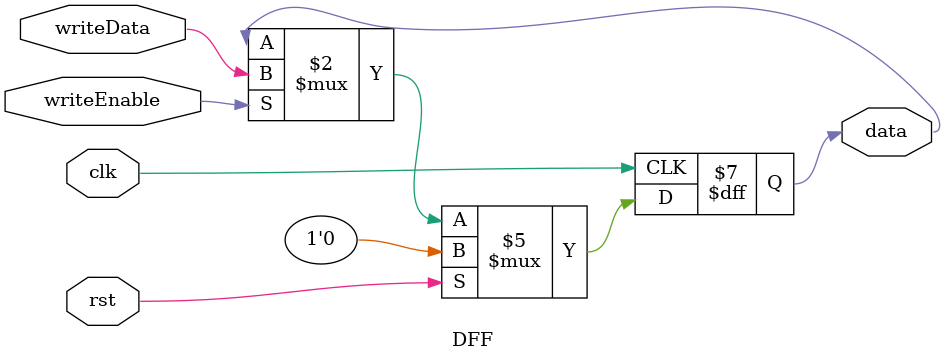
<source format=v>


`timescale 1ns / 1ps

// The circuitry implemented in this module is exactly the same as in
// "D_Flip_Flop.v", except that here there is a write-enabler which is
// if 0, the data in the DFF cannot be over-written.
// This DFF is written particularly for the registers.
// The variable names as verbose and hence self-explanatory.

// The D Flip Flop is active only at the positive edge of the Clock (clk)
// and can be reset to 0 synchronously by putting the rst bit to 1.
// Note that "writeEnable" is a control signal output by the Controller.

module DFF ( writeEnable , writeData , data , clk , rst ) ;
    input wire writeEnable, writeData, clk , rst ;
    output reg data ;

    always @ ( posedge clk ) begin  // positive-edge trigerred
        if ( rst )  data <= 1'b0 ;  // synchronous reset
        else if ( writeEnable )	data <= writeData ; // write data only when the enabler is active
    end
endmodule
</source>
